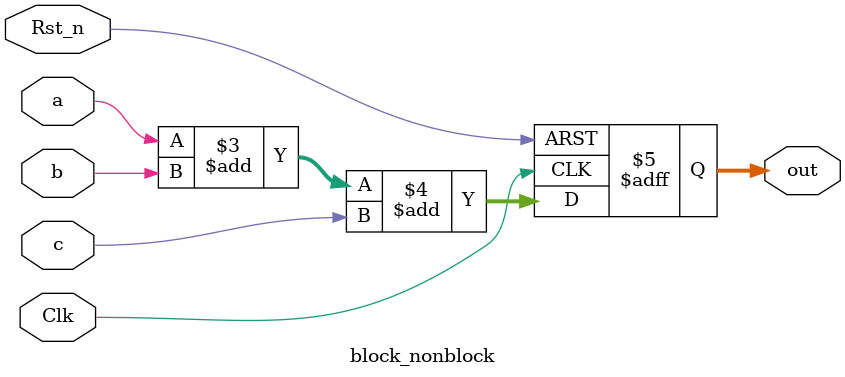
<source format=v>
`timescale 1ns/1ns
`define tp 1
module block_nonblock(Clk,Rst_n,a,b,c,out);

	input Clk;
	input Rst_n;
	input a,b,c;
	output reg [1:0]out;
	
	//out = a + b + c;
	
	//d = a+b;
	//out = d + c;
	
	reg [1:0] d;
	
	always@(posedge Clk or negedge Rst_n)
	if(!Rst_n)
		out <= 2'b0;
	else begin
		out <= a + b + c;
	end
	
endmodule

</source>
